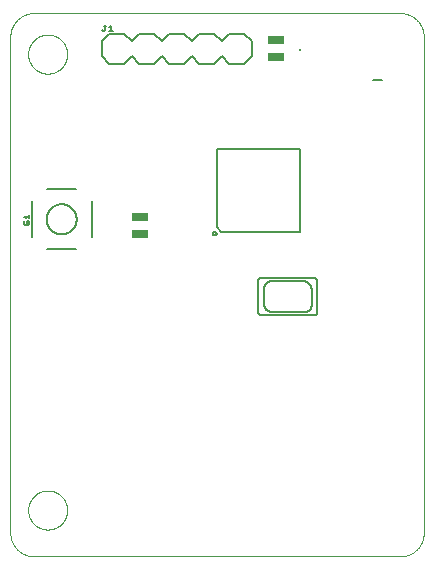
<source format=gto>
G75*
%MOIN*%
%OFA0B0*%
%FSLAX25Y25*%
%IPPOS*%
%LPD*%
%AMOC8*
5,1,8,0,0,1.08239X$1,22.5*
%
%ADD10C,0.00000*%
%ADD11C,0.00800*%
%ADD12R,0.05512X0.02559*%
%ADD13R,0.00787X0.00787*%
%ADD14C,0.00500*%
D10*
X0001500Y0009374D02*
X0001500Y0174728D01*
X0001502Y0174918D01*
X0001509Y0175108D01*
X0001521Y0175298D01*
X0001537Y0175488D01*
X0001557Y0175677D01*
X0001583Y0175866D01*
X0001612Y0176054D01*
X0001647Y0176241D01*
X0001686Y0176427D01*
X0001729Y0176612D01*
X0001777Y0176797D01*
X0001829Y0176980D01*
X0001885Y0177161D01*
X0001946Y0177341D01*
X0002012Y0177520D01*
X0002081Y0177697D01*
X0002155Y0177873D01*
X0002233Y0178046D01*
X0002316Y0178218D01*
X0002402Y0178387D01*
X0002492Y0178555D01*
X0002587Y0178720D01*
X0002685Y0178883D01*
X0002788Y0179043D01*
X0002894Y0179201D01*
X0003004Y0179356D01*
X0003117Y0179509D01*
X0003235Y0179659D01*
X0003356Y0179805D01*
X0003480Y0179949D01*
X0003608Y0180090D01*
X0003739Y0180228D01*
X0003874Y0180363D01*
X0004012Y0180494D01*
X0004153Y0180622D01*
X0004297Y0180746D01*
X0004443Y0180867D01*
X0004593Y0180985D01*
X0004746Y0181098D01*
X0004901Y0181208D01*
X0005059Y0181314D01*
X0005219Y0181417D01*
X0005382Y0181515D01*
X0005547Y0181610D01*
X0005715Y0181700D01*
X0005884Y0181786D01*
X0006056Y0181869D01*
X0006229Y0181947D01*
X0006405Y0182021D01*
X0006582Y0182090D01*
X0006761Y0182156D01*
X0006941Y0182217D01*
X0007122Y0182273D01*
X0007305Y0182325D01*
X0007490Y0182373D01*
X0007675Y0182416D01*
X0007861Y0182455D01*
X0008048Y0182490D01*
X0008236Y0182519D01*
X0008425Y0182545D01*
X0008614Y0182565D01*
X0008804Y0182581D01*
X0008994Y0182593D01*
X0009184Y0182600D01*
X0009374Y0182602D01*
X0131421Y0182602D01*
X0131611Y0182600D01*
X0131801Y0182593D01*
X0131991Y0182581D01*
X0132181Y0182565D01*
X0132370Y0182545D01*
X0132559Y0182519D01*
X0132747Y0182490D01*
X0132934Y0182455D01*
X0133120Y0182416D01*
X0133305Y0182373D01*
X0133490Y0182325D01*
X0133673Y0182273D01*
X0133854Y0182217D01*
X0134034Y0182156D01*
X0134213Y0182090D01*
X0134390Y0182021D01*
X0134566Y0181947D01*
X0134739Y0181869D01*
X0134911Y0181786D01*
X0135080Y0181700D01*
X0135248Y0181610D01*
X0135413Y0181515D01*
X0135576Y0181417D01*
X0135736Y0181314D01*
X0135894Y0181208D01*
X0136049Y0181098D01*
X0136202Y0180985D01*
X0136352Y0180867D01*
X0136498Y0180746D01*
X0136642Y0180622D01*
X0136783Y0180494D01*
X0136921Y0180363D01*
X0137056Y0180228D01*
X0137187Y0180090D01*
X0137315Y0179949D01*
X0137439Y0179805D01*
X0137560Y0179659D01*
X0137678Y0179509D01*
X0137791Y0179356D01*
X0137901Y0179201D01*
X0138007Y0179043D01*
X0138110Y0178883D01*
X0138208Y0178720D01*
X0138303Y0178555D01*
X0138393Y0178387D01*
X0138479Y0178218D01*
X0138562Y0178046D01*
X0138640Y0177873D01*
X0138714Y0177697D01*
X0138783Y0177520D01*
X0138849Y0177341D01*
X0138910Y0177161D01*
X0138966Y0176980D01*
X0139018Y0176797D01*
X0139066Y0176612D01*
X0139109Y0176427D01*
X0139148Y0176241D01*
X0139183Y0176054D01*
X0139212Y0175866D01*
X0139238Y0175677D01*
X0139258Y0175488D01*
X0139274Y0175298D01*
X0139286Y0175108D01*
X0139293Y0174918D01*
X0139295Y0174728D01*
X0139295Y0009374D01*
X0139293Y0009184D01*
X0139286Y0008994D01*
X0139274Y0008804D01*
X0139258Y0008614D01*
X0139238Y0008425D01*
X0139212Y0008236D01*
X0139183Y0008048D01*
X0139148Y0007861D01*
X0139109Y0007675D01*
X0139066Y0007490D01*
X0139018Y0007305D01*
X0138966Y0007122D01*
X0138910Y0006941D01*
X0138849Y0006761D01*
X0138783Y0006582D01*
X0138714Y0006405D01*
X0138640Y0006229D01*
X0138562Y0006056D01*
X0138479Y0005884D01*
X0138393Y0005715D01*
X0138303Y0005547D01*
X0138208Y0005382D01*
X0138110Y0005219D01*
X0138007Y0005059D01*
X0137901Y0004901D01*
X0137791Y0004746D01*
X0137678Y0004593D01*
X0137560Y0004443D01*
X0137439Y0004297D01*
X0137315Y0004153D01*
X0137187Y0004012D01*
X0137056Y0003874D01*
X0136921Y0003739D01*
X0136783Y0003608D01*
X0136642Y0003480D01*
X0136498Y0003356D01*
X0136352Y0003235D01*
X0136202Y0003117D01*
X0136049Y0003004D01*
X0135894Y0002894D01*
X0135736Y0002788D01*
X0135576Y0002685D01*
X0135413Y0002587D01*
X0135248Y0002492D01*
X0135080Y0002402D01*
X0134911Y0002316D01*
X0134739Y0002233D01*
X0134566Y0002155D01*
X0134390Y0002081D01*
X0134213Y0002012D01*
X0134034Y0001946D01*
X0133854Y0001885D01*
X0133673Y0001829D01*
X0133490Y0001777D01*
X0133305Y0001729D01*
X0133120Y0001686D01*
X0132934Y0001647D01*
X0132747Y0001612D01*
X0132559Y0001583D01*
X0132370Y0001557D01*
X0132181Y0001537D01*
X0131991Y0001521D01*
X0131801Y0001509D01*
X0131611Y0001502D01*
X0131421Y0001500D01*
X0009374Y0001500D01*
X0009184Y0001502D01*
X0008994Y0001509D01*
X0008804Y0001521D01*
X0008614Y0001537D01*
X0008425Y0001557D01*
X0008236Y0001583D01*
X0008048Y0001612D01*
X0007861Y0001647D01*
X0007675Y0001686D01*
X0007490Y0001729D01*
X0007305Y0001777D01*
X0007122Y0001829D01*
X0006941Y0001885D01*
X0006761Y0001946D01*
X0006582Y0002012D01*
X0006405Y0002081D01*
X0006229Y0002155D01*
X0006056Y0002233D01*
X0005884Y0002316D01*
X0005715Y0002402D01*
X0005547Y0002492D01*
X0005382Y0002587D01*
X0005219Y0002685D01*
X0005059Y0002788D01*
X0004901Y0002894D01*
X0004746Y0003004D01*
X0004593Y0003117D01*
X0004443Y0003235D01*
X0004297Y0003356D01*
X0004153Y0003480D01*
X0004012Y0003608D01*
X0003874Y0003739D01*
X0003739Y0003874D01*
X0003608Y0004012D01*
X0003480Y0004153D01*
X0003356Y0004297D01*
X0003235Y0004443D01*
X0003117Y0004593D01*
X0003004Y0004746D01*
X0002894Y0004901D01*
X0002788Y0005059D01*
X0002685Y0005219D01*
X0002587Y0005382D01*
X0002492Y0005547D01*
X0002402Y0005715D01*
X0002316Y0005884D01*
X0002233Y0006056D01*
X0002155Y0006229D01*
X0002081Y0006405D01*
X0002012Y0006582D01*
X0001946Y0006761D01*
X0001885Y0006941D01*
X0001829Y0007122D01*
X0001777Y0007305D01*
X0001729Y0007490D01*
X0001686Y0007675D01*
X0001647Y0007861D01*
X0001612Y0008048D01*
X0001583Y0008236D01*
X0001557Y0008425D01*
X0001537Y0008614D01*
X0001521Y0008804D01*
X0001509Y0008994D01*
X0001502Y0009184D01*
X0001500Y0009374D01*
X0007441Y0016953D02*
X0007443Y0017114D01*
X0007449Y0017274D01*
X0007459Y0017435D01*
X0007473Y0017595D01*
X0007491Y0017755D01*
X0007512Y0017914D01*
X0007538Y0018073D01*
X0007568Y0018231D01*
X0007601Y0018388D01*
X0007639Y0018545D01*
X0007680Y0018700D01*
X0007725Y0018854D01*
X0007774Y0019007D01*
X0007827Y0019159D01*
X0007883Y0019310D01*
X0007944Y0019459D01*
X0008007Y0019607D01*
X0008075Y0019753D01*
X0008146Y0019897D01*
X0008220Y0020039D01*
X0008298Y0020180D01*
X0008380Y0020318D01*
X0008465Y0020455D01*
X0008553Y0020589D01*
X0008645Y0020721D01*
X0008740Y0020851D01*
X0008838Y0020979D01*
X0008939Y0021104D01*
X0009043Y0021226D01*
X0009150Y0021346D01*
X0009260Y0021463D01*
X0009373Y0021578D01*
X0009489Y0021689D01*
X0009608Y0021798D01*
X0009729Y0021903D01*
X0009853Y0022006D01*
X0009979Y0022106D01*
X0010107Y0022202D01*
X0010238Y0022295D01*
X0010372Y0022385D01*
X0010507Y0022472D01*
X0010645Y0022555D01*
X0010784Y0022635D01*
X0010926Y0022711D01*
X0011069Y0022784D01*
X0011214Y0022853D01*
X0011361Y0022919D01*
X0011509Y0022981D01*
X0011659Y0023039D01*
X0011810Y0023094D01*
X0011963Y0023145D01*
X0012117Y0023192D01*
X0012272Y0023235D01*
X0012428Y0023274D01*
X0012584Y0023310D01*
X0012742Y0023341D01*
X0012900Y0023369D01*
X0013059Y0023393D01*
X0013219Y0023413D01*
X0013379Y0023429D01*
X0013539Y0023441D01*
X0013700Y0023449D01*
X0013861Y0023453D01*
X0014021Y0023453D01*
X0014182Y0023449D01*
X0014343Y0023441D01*
X0014503Y0023429D01*
X0014663Y0023413D01*
X0014823Y0023393D01*
X0014982Y0023369D01*
X0015140Y0023341D01*
X0015298Y0023310D01*
X0015454Y0023274D01*
X0015610Y0023235D01*
X0015765Y0023192D01*
X0015919Y0023145D01*
X0016072Y0023094D01*
X0016223Y0023039D01*
X0016373Y0022981D01*
X0016521Y0022919D01*
X0016668Y0022853D01*
X0016813Y0022784D01*
X0016956Y0022711D01*
X0017098Y0022635D01*
X0017237Y0022555D01*
X0017375Y0022472D01*
X0017510Y0022385D01*
X0017644Y0022295D01*
X0017775Y0022202D01*
X0017903Y0022106D01*
X0018029Y0022006D01*
X0018153Y0021903D01*
X0018274Y0021798D01*
X0018393Y0021689D01*
X0018509Y0021578D01*
X0018622Y0021463D01*
X0018732Y0021346D01*
X0018839Y0021226D01*
X0018943Y0021104D01*
X0019044Y0020979D01*
X0019142Y0020851D01*
X0019237Y0020721D01*
X0019329Y0020589D01*
X0019417Y0020455D01*
X0019502Y0020318D01*
X0019584Y0020180D01*
X0019662Y0020039D01*
X0019736Y0019897D01*
X0019807Y0019753D01*
X0019875Y0019607D01*
X0019938Y0019459D01*
X0019999Y0019310D01*
X0020055Y0019159D01*
X0020108Y0019007D01*
X0020157Y0018854D01*
X0020202Y0018700D01*
X0020243Y0018545D01*
X0020281Y0018388D01*
X0020314Y0018231D01*
X0020344Y0018073D01*
X0020370Y0017914D01*
X0020391Y0017755D01*
X0020409Y0017595D01*
X0020423Y0017435D01*
X0020433Y0017274D01*
X0020439Y0017114D01*
X0020441Y0016953D01*
X0020439Y0016792D01*
X0020433Y0016632D01*
X0020423Y0016471D01*
X0020409Y0016311D01*
X0020391Y0016151D01*
X0020370Y0015992D01*
X0020344Y0015833D01*
X0020314Y0015675D01*
X0020281Y0015518D01*
X0020243Y0015361D01*
X0020202Y0015206D01*
X0020157Y0015052D01*
X0020108Y0014899D01*
X0020055Y0014747D01*
X0019999Y0014596D01*
X0019938Y0014447D01*
X0019875Y0014299D01*
X0019807Y0014153D01*
X0019736Y0014009D01*
X0019662Y0013867D01*
X0019584Y0013726D01*
X0019502Y0013588D01*
X0019417Y0013451D01*
X0019329Y0013317D01*
X0019237Y0013185D01*
X0019142Y0013055D01*
X0019044Y0012927D01*
X0018943Y0012802D01*
X0018839Y0012680D01*
X0018732Y0012560D01*
X0018622Y0012443D01*
X0018509Y0012328D01*
X0018393Y0012217D01*
X0018274Y0012108D01*
X0018153Y0012003D01*
X0018029Y0011900D01*
X0017903Y0011800D01*
X0017775Y0011704D01*
X0017644Y0011611D01*
X0017510Y0011521D01*
X0017375Y0011434D01*
X0017237Y0011351D01*
X0017098Y0011271D01*
X0016956Y0011195D01*
X0016813Y0011122D01*
X0016668Y0011053D01*
X0016521Y0010987D01*
X0016373Y0010925D01*
X0016223Y0010867D01*
X0016072Y0010812D01*
X0015919Y0010761D01*
X0015765Y0010714D01*
X0015610Y0010671D01*
X0015454Y0010632D01*
X0015298Y0010596D01*
X0015140Y0010565D01*
X0014982Y0010537D01*
X0014823Y0010513D01*
X0014663Y0010493D01*
X0014503Y0010477D01*
X0014343Y0010465D01*
X0014182Y0010457D01*
X0014021Y0010453D01*
X0013861Y0010453D01*
X0013700Y0010457D01*
X0013539Y0010465D01*
X0013379Y0010477D01*
X0013219Y0010493D01*
X0013059Y0010513D01*
X0012900Y0010537D01*
X0012742Y0010565D01*
X0012584Y0010596D01*
X0012428Y0010632D01*
X0012272Y0010671D01*
X0012117Y0010714D01*
X0011963Y0010761D01*
X0011810Y0010812D01*
X0011659Y0010867D01*
X0011509Y0010925D01*
X0011361Y0010987D01*
X0011214Y0011053D01*
X0011069Y0011122D01*
X0010926Y0011195D01*
X0010784Y0011271D01*
X0010645Y0011351D01*
X0010507Y0011434D01*
X0010372Y0011521D01*
X0010238Y0011611D01*
X0010107Y0011704D01*
X0009979Y0011800D01*
X0009853Y0011900D01*
X0009729Y0012003D01*
X0009608Y0012108D01*
X0009489Y0012217D01*
X0009373Y0012328D01*
X0009260Y0012443D01*
X0009150Y0012560D01*
X0009043Y0012680D01*
X0008939Y0012802D01*
X0008838Y0012927D01*
X0008740Y0013055D01*
X0008645Y0013185D01*
X0008553Y0013317D01*
X0008465Y0013451D01*
X0008380Y0013588D01*
X0008298Y0013726D01*
X0008220Y0013867D01*
X0008146Y0014009D01*
X0008075Y0014153D01*
X0008007Y0014299D01*
X0007944Y0014447D01*
X0007883Y0014596D01*
X0007827Y0014747D01*
X0007774Y0014899D01*
X0007725Y0015052D01*
X0007680Y0015206D01*
X0007639Y0015361D01*
X0007601Y0015518D01*
X0007568Y0015675D01*
X0007538Y0015833D01*
X0007512Y0015992D01*
X0007491Y0016151D01*
X0007473Y0016311D01*
X0007459Y0016471D01*
X0007449Y0016632D01*
X0007443Y0016792D01*
X0007441Y0016953D01*
X0007441Y0168921D02*
X0007443Y0169082D01*
X0007449Y0169242D01*
X0007459Y0169403D01*
X0007473Y0169563D01*
X0007491Y0169723D01*
X0007512Y0169882D01*
X0007538Y0170041D01*
X0007568Y0170199D01*
X0007601Y0170356D01*
X0007639Y0170513D01*
X0007680Y0170668D01*
X0007725Y0170822D01*
X0007774Y0170975D01*
X0007827Y0171127D01*
X0007883Y0171278D01*
X0007944Y0171427D01*
X0008007Y0171575D01*
X0008075Y0171721D01*
X0008146Y0171865D01*
X0008220Y0172007D01*
X0008298Y0172148D01*
X0008380Y0172286D01*
X0008465Y0172423D01*
X0008553Y0172557D01*
X0008645Y0172689D01*
X0008740Y0172819D01*
X0008838Y0172947D01*
X0008939Y0173072D01*
X0009043Y0173194D01*
X0009150Y0173314D01*
X0009260Y0173431D01*
X0009373Y0173546D01*
X0009489Y0173657D01*
X0009608Y0173766D01*
X0009729Y0173871D01*
X0009853Y0173974D01*
X0009979Y0174074D01*
X0010107Y0174170D01*
X0010238Y0174263D01*
X0010372Y0174353D01*
X0010507Y0174440D01*
X0010645Y0174523D01*
X0010784Y0174603D01*
X0010926Y0174679D01*
X0011069Y0174752D01*
X0011214Y0174821D01*
X0011361Y0174887D01*
X0011509Y0174949D01*
X0011659Y0175007D01*
X0011810Y0175062D01*
X0011963Y0175113D01*
X0012117Y0175160D01*
X0012272Y0175203D01*
X0012428Y0175242D01*
X0012584Y0175278D01*
X0012742Y0175309D01*
X0012900Y0175337D01*
X0013059Y0175361D01*
X0013219Y0175381D01*
X0013379Y0175397D01*
X0013539Y0175409D01*
X0013700Y0175417D01*
X0013861Y0175421D01*
X0014021Y0175421D01*
X0014182Y0175417D01*
X0014343Y0175409D01*
X0014503Y0175397D01*
X0014663Y0175381D01*
X0014823Y0175361D01*
X0014982Y0175337D01*
X0015140Y0175309D01*
X0015298Y0175278D01*
X0015454Y0175242D01*
X0015610Y0175203D01*
X0015765Y0175160D01*
X0015919Y0175113D01*
X0016072Y0175062D01*
X0016223Y0175007D01*
X0016373Y0174949D01*
X0016521Y0174887D01*
X0016668Y0174821D01*
X0016813Y0174752D01*
X0016956Y0174679D01*
X0017098Y0174603D01*
X0017237Y0174523D01*
X0017375Y0174440D01*
X0017510Y0174353D01*
X0017644Y0174263D01*
X0017775Y0174170D01*
X0017903Y0174074D01*
X0018029Y0173974D01*
X0018153Y0173871D01*
X0018274Y0173766D01*
X0018393Y0173657D01*
X0018509Y0173546D01*
X0018622Y0173431D01*
X0018732Y0173314D01*
X0018839Y0173194D01*
X0018943Y0173072D01*
X0019044Y0172947D01*
X0019142Y0172819D01*
X0019237Y0172689D01*
X0019329Y0172557D01*
X0019417Y0172423D01*
X0019502Y0172286D01*
X0019584Y0172148D01*
X0019662Y0172007D01*
X0019736Y0171865D01*
X0019807Y0171721D01*
X0019875Y0171575D01*
X0019938Y0171427D01*
X0019999Y0171278D01*
X0020055Y0171127D01*
X0020108Y0170975D01*
X0020157Y0170822D01*
X0020202Y0170668D01*
X0020243Y0170513D01*
X0020281Y0170356D01*
X0020314Y0170199D01*
X0020344Y0170041D01*
X0020370Y0169882D01*
X0020391Y0169723D01*
X0020409Y0169563D01*
X0020423Y0169403D01*
X0020433Y0169242D01*
X0020439Y0169082D01*
X0020441Y0168921D01*
X0020439Y0168760D01*
X0020433Y0168600D01*
X0020423Y0168439D01*
X0020409Y0168279D01*
X0020391Y0168119D01*
X0020370Y0167960D01*
X0020344Y0167801D01*
X0020314Y0167643D01*
X0020281Y0167486D01*
X0020243Y0167329D01*
X0020202Y0167174D01*
X0020157Y0167020D01*
X0020108Y0166867D01*
X0020055Y0166715D01*
X0019999Y0166564D01*
X0019938Y0166415D01*
X0019875Y0166267D01*
X0019807Y0166121D01*
X0019736Y0165977D01*
X0019662Y0165835D01*
X0019584Y0165694D01*
X0019502Y0165556D01*
X0019417Y0165419D01*
X0019329Y0165285D01*
X0019237Y0165153D01*
X0019142Y0165023D01*
X0019044Y0164895D01*
X0018943Y0164770D01*
X0018839Y0164648D01*
X0018732Y0164528D01*
X0018622Y0164411D01*
X0018509Y0164296D01*
X0018393Y0164185D01*
X0018274Y0164076D01*
X0018153Y0163971D01*
X0018029Y0163868D01*
X0017903Y0163768D01*
X0017775Y0163672D01*
X0017644Y0163579D01*
X0017510Y0163489D01*
X0017375Y0163402D01*
X0017237Y0163319D01*
X0017098Y0163239D01*
X0016956Y0163163D01*
X0016813Y0163090D01*
X0016668Y0163021D01*
X0016521Y0162955D01*
X0016373Y0162893D01*
X0016223Y0162835D01*
X0016072Y0162780D01*
X0015919Y0162729D01*
X0015765Y0162682D01*
X0015610Y0162639D01*
X0015454Y0162600D01*
X0015298Y0162564D01*
X0015140Y0162533D01*
X0014982Y0162505D01*
X0014823Y0162481D01*
X0014663Y0162461D01*
X0014503Y0162445D01*
X0014343Y0162433D01*
X0014182Y0162425D01*
X0014021Y0162421D01*
X0013861Y0162421D01*
X0013700Y0162425D01*
X0013539Y0162433D01*
X0013379Y0162445D01*
X0013219Y0162461D01*
X0013059Y0162481D01*
X0012900Y0162505D01*
X0012742Y0162533D01*
X0012584Y0162564D01*
X0012428Y0162600D01*
X0012272Y0162639D01*
X0012117Y0162682D01*
X0011963Y0162729D01*
X0011810Y0162780D01*
X0011659Y0162835D01*
X0011509Y0162893D01*
X0011361Y0162955D01*
X0011214Y0163021D01*
X0011069Y0163090D01*
X0010926Y0163163D01*
X0010784Y0163239D01*
X0010645Y0163319D01*
X0010507Y0163402D01*
X0010372Y0163489D01*
X0010238Y0163579D01*
X0010107Y0163672D01*
X0009979Y0163768D01*
X0009853Y0163868D01*
X0009729Y0163971D01*
X0009608Y0164076D01*
X0009489Y0164185D01*
X0009373Y0164296D01*
X0009260Y0164411D01*
X0009150Y0164528D01*
X0009043Y0164648D01*
X0008939Y0164770D01*
X0008838Y0164895D01*
X0008740Y0165023D01*
X0008645Y0165153D01*
X0008553Y0165285D01*
X0008465Y0165419D01*
X0008380Y0165556D01*
X0008298Y0165694D01*
X0008220Y0165835D01*
X0008146Y0165977D01*
X0008075Y0166121D01*
X0008007Y0166267D01*
X0007944Y0166415D01*
X0007883Y0166564D01*
X0007827Y0166715D01*
X0007774Y0166867D01*
X0007725Y0167020D01*
X0007680Y0167174D01*
X0007639Y0167329D01*
X0007601Y0167486D01*
X0007568Y0167643D01*
X0007538Y0167801D01*
X0007512Y0167960D01*
X0007491Y0168119D01*
X0007473Y0168279D01*
X0007459Y0168439D01*
X0007449Y0168600D01*
X0007443Y0168760D01*
X0007441Y0168921D01*
D11*
X0031933Y0168291D02*
X0034433Y0165791D01*
X0039433Y0165791D01*
X0041933Y0168291D01*
X0044433Y0165791D01*
X0049433Y0165791D01*
X0051933Y0168291D01*
X0054433Y0165791D01*
X0059433Y0165791D01*
X0061933Y0168291D01*
X0064433Y0165791D01*
X0069433Y0165791D01*
X0071933Y0168291D01*
X0074433Y0165791D01*
X0079433Y0165791D01*
X0081933Y0168291D01*
X0081933Y0173291D01*
X0079433Y0175791D01*
X0074433Y0175791D01*
X0071933Y0173291D01*
X0069433Y0175791D01*
X0064433Y0175791D01*
X0061933Y0173291D01*
X0059433Y0175791D01*
X0054433Y0175791D01*
X0051933Y0173291D01*
X0049433Y0175791D01*
X0044433Y0175791D01*
X0041933Y0173291D01*
X0039433Y0175791D01*
X0034433Y0175791D01*
X0031933Y0173291D01*
X0031933Y0168291D01*
X0023469Y0123902D02*
X0013705Y0123902D01*
X0008587Y0119965D02*
X0008587Y0107839D01*
X0013587Y0103902D02*
X0023469Y0103902D01*
X0028587Y0107839D02*
X0028587Y0119965D01*
X0013587Y0113902D02*
X0013589Y0114043D01*
X0013595Y0114184D01*
X0013605Y0114324D01*
X0013619Y0114464D01*
X0013637Y0114604D01*
X0013658Y0114743D01*
X0013684Y0114882D01*
X0013713Y0115020D01*
X0013747Y0115156D01*
X0013784Y0115292D01*
X0013825Y0115427D01*
X0013870Y0115561D01*
X0013919Y0115693D01*
X0013971Y0115824D01*
X0014027Y0115953D01*
X0014087Y0116080D01*
X0014150Y0116206D01*
X0014216Y0116330D01*
X0014287Y0116453D01*
X0014360Y0116573D01*
X0014437Y0116691D01*
X0014517Y0116807D01*
X0014601Y0116920D01*
X0014687Y0117031D01*
X0014777Y0117140D01*
X0014870Y0117246D01*
X0014965Y0117349D01*
X0015064Y0117450D01*
X0015165Y0117548D01*
X0015269Y0117643D01*
X0015376Y0117735D01*
X0015485Y0117824D01*
X0015597Y0117909D01*
X0015711Y0117992D01*
X0015827Y0118072D01*
X0015946Y0118148D01*
X0016067Y0118220D01*
X0016189Y0118290D01*
X0016314Y0118355D01*
X0016440Y0118418D01*
X0016568Y0118476D01*
X0016698Y0118531D01*
X0016829Y0118583D01*
X0016962Y0118630D01*
X0017096Y0118674D01*
X0017231Y0118715D01*
X0017367Y0118751D01*
X0017504Y0118783D01*
X0017642Y0118812D01*
X0017780Y0118837D01*
X0017920Y0118857D01*
X0018060Y0118874D01*
X0018200Y0118887D01*
X0018341Y0118896D01*
X0018481Y0118901D01*
X0018622Y0118902D01*
X0018763Y0118899D01*
X0018904Y0118892D01*
X0019044Y0118881D01*
X0019184Y0118866D01*
X0019324Y0118847D01*
X0019463Y0118825D01*
X0019601Y0118798D01*
X0019739Y0118768D01*
X0019875Y0118733D01*
X0020011Y0118695D01*
X0020145Y0118653D01*
X0020279Y0118607D01*
X0020411Y0118558D01*
X0020541Y0118504D01*
X0020670Y0118447D01*
X0020797Y0118387D01*
X0020923Y0118323D01*
X0021046Y0118255D01*
X0021168Y0118184D01*
X0021288Y0118110D01*
X0021405Y0118032D01*
X0021520Y0117951D01*
X0021633Y0117867D01*
X0021744Y0117780D01*
X0021852Y0117689D01*
X0021957Y0117596D01*
X0022060Y0117499D01*
X0022160Y0117400D01*
X0022257Y0117298D01*
X0022351Y0117193D01*
X0022442Y0117086D01*
X0022530Y0116976D01*
X0022615Y0116864D01*
X0022697Y0116749D01*
X0022776Y0116632D01*
X0022851Y0116513D01*
X0022923Y0116392D01*
X0022991Y0116269D01*
X0023056Y0116144D01*
X0023118Y0116017D01*
X0023175Y0115888D01*
X0023230Y0115758D01*
X0023280Y0115627D01*
X0023327Y0115494D01*
X0023370Y0115360D01*
X0023409Y0115224D01*
X0023444Y0115088D01*
X0023476Y0114951D01*
X0023503Y0114813D01*
X0023527Y0114674D01*
X0023547Y0114534D01*
X0023563Y0114394D01*
X0023575Y0114254D01*
X0023583Y0114113D01*
X0023587Y0113972D01*
X0023587Y0113832D01*
X0023583Y0113691D01*
X0023575Y0113550D01*
X0023563Y0113410D01*
X0023547Y0113270D01*
X0023527Y0113130D01*
X0023503Y0112991D01*
X0023476Y0112853D01*
X0023444Y0112716D01*
X0023409Y0112580D01*
X0023370Y0112444D01*
X0023327Y0112310D01*
X0023280Y0112177D01*
X0023230Y0112046D01*
X0023175Y0111916D01*
X0023118Y0111787D01*
X0023056Y0111660D01*
X0022991Y0111535D01*
X0022923Y0111412D01*
X0022851Y0111291D01*
X0022776Y0111172D01*
X0022697Y0111055D01*
X0022615Y0110940D01*
X0022530Y0110828D01*
X0022442Y0110718D01*
X0022351Y0110611D01*
X0022257Y0110506D01*
X0022160Y0110404D01*
X0022060Y0110305D01*
X0021957Y0110208D01*
X0021852Y0110115D01*
X0021744Y0110024D01*
X0021633Y0109937D01*
X0021520Y0109853D01*
X0021405Y0109772D01*
X0021288Y0109694D01*
X0021168Y0109620D01*
X0021046Y0109549D01*
X0020923Y0109481D01*
X0020797Y0109417D01*
X0020670Y0109357D01*
X0020541Y0109300D01*
X0020411Y0109246D01*
X0020279Y0109197D01*
X0020145Y0109151D01*
X0020011Y0109109D01*
X0019875Y0109071D01*
X0019739Y0109036D01*
X0019601Y0109006D01*
X0019463Y0108979D01*
X0019324Y0108957D01*
X0019184Y0108938D01*
X0019044Y0108923D01*
X0018904Y0108912D01*
X0018763Y0108905D01*
X0018622Y0108902D01*
X0018481Y0108903D01*
X0018341Y0108908D01*
X0018200Y0108917D01*
X0018060Y0108930D01*
X0017920Y0108947D01*
X0017780Y0108967D01*
X0017642Y0108992D01*
X0017504Y0109021D01*
X0017367Y0109053D01*
X0017231Y0109089D01*
X0017096Y0109130D01*
X0016962Y0109174D01*
X0016829Y0109221D01*
X0016698Y0109273D01*
X0016568Y0109328D01*
X0016440Y0109386D01*
X0016314Y0109449D01*
X0016189Y0109514D01*
X0016067Y0109584D01*
X0015946Y0109656D01*
X0015827Y0109732D01*
X0015711Y0109812D01*
X0015597Y0109895D01*
X0015485Y0109980D01*
X0015376Y0110069D01*
X0015269Y0110161D01*
X0015165Y0110256D01*
X0015064Y0110354D01*
X0014965Y0110455D01*
X0014870Y0110558D01*
X0014777Y0110664D01*
X0014687Y0110773D01*
X0014601Y0110884D01*
X0014517Y0110997D01*
X0014437Y0111113D01*
X0014360Y0111231D01*
X0014287Y0111351D01*
X0014216Y0111474D01*
X0014150Y0111598D01*
X0014087Y0111724D01*
X0014027Y0111851D01*
X0013971Y0111980D01*
X0013919Y0112111D01*
X0013870Y0112243D01*
X0013825Y0112377D01*
X0013784Y0112512D01*
X0013747Y0112648D01*
X0013713Y0112784D01*
X0013684Y0112922D01*
X0013658Y0113061D01*
X0013637Y0113200D01*
X0013619Y0113340D01*
X0013605Y0113480D01*
X0013595Y0113620D01*
X0013589Y0113761D01*
X0013587Y0113902D01*
X0069077Y0109147D02*
X0069079Y0109196D01*
X0069085Y0109244D01*
X0069095Y0109292D01*
X0069109Y0109339D01*
X0069126Y0109385D01*
X0069147Y0109429D01*
X0069172Y0109471D01*
X0069200Y0109511D01*
X0069232Y0109549D01*
X0069266Y0109584D01*
X0069303Y0109616D01*
X0069342Y0109645D01*
X0069384Y0109671D01*
X0069428Y0109693D01*
X0069473Y0109711D01*
X0069520Y0109726D01*
X0069567Y0109737D01*
X0069616Y0109744D01*
X0069665Y0109747D01*
X0069714Y0109746D01*
X0069762Y0109741D01*
X0069811Y0109732D01*
X0069858Y0109719D01*
X0069904Y0109702D01*
X0069948Y0109682D01*
X0069991Y0109658D01*
X0070032Y0109631D01*
X0070070Y0109600D01*
X0070106Y0109567D01*
X0070138Y0109531D01*
X0070168Y0109492D01*
X0070195Y0109451D01*
X0070218Y0109407D01*
X0070237Y0109362D01*
X0070253Y0109316D01*
X0070265Y0109269D01*
X0070273Y0109220D01*
X0070277Y0109171D01*
X0070277Y0109123D01*
X0070273Y0109074D01*
X0070265Y0109025D01*
X0070253Y0108978D01*
X0070237Y0108932D01*
X0070218Y0108887D01*
X0070195Y0108843D01*
X0070168Y0108802D01*
X0070138Y0108763D01*
X0070106Y0108727D01*
X0070070Y0108694D01*
X0070032Y0108663D01*
X0069991Y0108636D01*
X0069948Y0108612D01*
X0069904Y0108592D01*
X0069858Y0108575D01*
X0069811Y0108562D01*
X0069762Y0108553D01*
X0069714Y0108548D01*
X0069665Y0108547D01*
X0069616Y0108550D01*
X0069567Y0108557D01*
X0069520Y0108568D01*
X0069473Y0108583D01*
X0069428Y0108601D01*
X0069384Y0108623D01*
X0069342Y0108649D01*
X0069303Y0108678D01*
X0069266Y0108710D01*
X0069232Y0108745D01*
X0069200Y0108783D01*
X0069172Y0108823D01*
X0069147Y0108865D01*
X0069126Y0108909D01*
X0069109Y0108955D01*
X0069095Y0109002D01*
X0069085Y0109050D01*
X0069079Y0109098D01*
X0069077Y0109147D01*
X0070378Y0111146D02*
X0071776Y0109748D01*
X0097976Y0109748D01*
X0097976Y0137346D01*
X0070378Y0137346D01*
X0070378Y0111146D01*
X0122523Y0160348D02*
X0125223Y0160348D01*
D12*
X0090089Y0167912D03*
X0090089Y0173712D03*
X0044801Y0114616D03*
X0044801Y0108816D03*
D13*
X0097957Y0170398D03*
D14*
X0102617Y0094413D02*
X0085057Y0094413D01*
X0084999Y0094411D01*
X0084942Y0094405D01*
X0084885Y0094396D01*
X0084829Y0094383D01*
X0084774Y0094366D01*
X0084720Y0094346D01*
X0084668Y0094322D01*
X0084617Y0094295D01*
X0084568Y0094265D01*
X0084521Y0094231D01*
X0084477Y0094195D01*
X0084435Y0094155D01*
X0084395Y0094113D01*
X0084359Y0094069D01*
X0084325Y0094022D01*
X0084295Y0093973D01*
X0084268Y0093922D01*
X0084244Y0093870D01*
X0084224Y0093816D01*
X0084207Y0093761D01*
X0084194Y0093705D01*
X0084185Y0093648D01*
X0084179Y0093591D01*
X0084177Y0093533D01*
X0084177Y0083322D01*
X0084168Y0083251D01*
X0084163Y0083179D01*
X0084162Y0083107D01*
X0084165Y0083036D01*
X0084172Y0082964D01*
X0084182Y0082893D01*
X0084197Y0082823D01*
X0084215Y0082753D01*
X0084237Y0082685D01*
X0084263Y0082618D01*
X0084292Y0082553D01*
X0084325Y0082489D01*
X0084361Y0082427D01*
X0084400Y0082367D01*
X0084443Y0082309D01*
X0084489Y0082254D01*
X0084537Y0082201D01*
X0084589Y0082151D01*
X0084643Y0082104D01*
X0084699Y0082060D01*
X0084758Y0082018D01*
X0084819Y0081981D01*
X0084882Y0081946D01*
X0084947Y0081915D01*
X0085013Y0081888D01*
X0085081Y0081864D01*
X0085150Y0081844D01*
X0085219Y0081827D01*
X0085290Y0081815D01*
X0085291Y0081815D02*
X0102749Y0081815D01*
X0102820Y0081827D01*
X0102889Y0081844D01*
X0102958Y0081864D01*
X0103026Y0081888D01*
X0103092Y0081915D01*
X0103157Y0081946D01*
X0103220Y0081981D01*
X0103281Y0082018D01*
X0103340Y0082060D01*
X0103396Y0082104D01*
X0103450Y0082151D01*
X0103502Y0082201D01*
X0103550Y0082254D01*
X0103596Y0082309D01*
X0103639Y0082367D01*
X0103678Y0082427D01*
X0103714Y0082489D01*
X0103747Y0082553D01*
X0103776Y0082618D01*
X0103802Y0082685D01*
X0103824Y0082753D01*
X0103842Y0082823D01*
X0103857Y0082893D01*
X0103867Y0082964D01*
X0103874Y0083036D01*
X0103877Y0083107D01*
X0103876Y0083179D01*
X0103871Y0083251D01*
X0103862Y0083322D01*
X0103862Y0093169D01*
X0103860Y0093239D01*
X0103854Y0093308D01*
X0103844Y0093378D01*
X0103831Y0093446D01*
X0103813Y0093514D01*
X0103792Y0093580D01*
X0103767Y0093645D01*
X0103739Y0093709D01*
X0103707Y0093771D01*
X0103671Y0093831D01*
X0103632Y0093889D01*
X0103590Y0093945D01*
X0103545Y0093999D01*
X0103497Y0094049D01*
X0103447Y0094097D01*
X0103393Y0094142D01*
X0103337Y0094184D01*
X0103279Y0094223D01*
X0103219Y0094259D01*
X0103157Y0094291D01*
X0103093Y0094319D01*
X0103028Y0094344D01*
X0102962Y0094365D01*
X0102894Y0094383D01*
X0102826Y0094396D01*
X0102756Y0094406D01*
X0102687Y0094412D01*
X0102617Y0094414D01*
X0099531Y0093232D02*
X0088508Y0093232D01*
X0088413Y0093230D01*
X0088318Y0093224D01*
X0088223Y0093215D01*
X0088129Y0093201D01*
X0088036Y0093184D01*
X0087943Y0093163D01*
X0087851Y0093139D01*
X0087760Y0093110D01*
X0087670Y0093079D01*
X0087582Y0093043D01*
X0087495Y0093004D01*
X0087410Y0092961D01*
X0087327Y0092916D01*
X0087246Y0092866D01*
X0087166Y0092814D01*
X0087089Y0092758D01*
X0087014Y0092700D01*
X0086942Y0092638D01*
X0086872Y0092573D01*
X0086805Y0092506D01*
X0086740Y0092436D01*
X0086678Y0092364D01*
X0086620Y0092289D01*
X0086564Y0092212D01*
X0086512Y0092132D01*
X0086462Y0092051D01*
X0086417Y0091968D01*
X0086374Y0091883D01*
X0086335Y0091796D01*
X0086299Y0091708D01*
X0086268Y0091618D01*
X0086239Y0091527D01*
X0086215Y0091435D01*
X0086194Y0091342D01*
X0086177Y0091249D01*
X0086163Y0091155D01*
X0086154Y0091060D01*
X0086148Y0090965D01*
X0086146Y0090870D01*
X0086146Y0085358D01*
X0086155Y0085260D01*
X0086168Y0085163D01*
X0086185Y0085066D01*
X0086206Y0084970D01*
X0086230Y0084874D01*
X0086258Y0084780D01*
X0086289Y0084687D01*
X0086324Y0084595D01*
X0086363Y0084505D01*
X0086405Y0084416D01*
X0086450Y0084328D01*
X0086499Y0084243D01*
X0086551Y0084159D01*
X0086606Y0084078D01*
X0086664Y0083999D01*
X0086725Y0083921D01*
X0086789Y0083847D01*
X0086856Y0083775D01*
X0086925Y0083705D01*
X0086997Y0083638D01*
X0087072Y0083574D01*
X0087149Y0083513D01*
X0087228Y0083455D01*
X0087310Y0083400D01*
X0087394Y0083348D01*
X0087479Y0083300D01*
X0087566Y0083254D01*
X0087655Y0083212D01*
X0087746Y0083174D01*
X0087838Y0083139D01*
X0087931Y0083108D01*
X0088025Y0083080D01*
X0088120Y0083055D01*
X0088217Y0083035D01*
X0088314Y0083018D01*
X0088411Y0083005D01*
X0088509Y0082996D01*
X0088607Y0082990D01*
X0088705Y0082988D01*
X0088804Y0082990D01*
X0088902Y0082996D01*
X0099531Y0082996D01*
X0099623Y0082990D01*
X0099715Y0082987D01*
X0099808Y0082988D01*
X0099900Y0082994D01*
X0099992Y0083003D01*
X0100083Y0083016D01*
X0100174Y0083033D01*
X0100264Y0083054D01*
X0100353Y0083079D01*
X0100440Y0083107D01*
X0100527Y0083139D01*
X0100612Y0083175D01*
X0100696Y0083214D01*
X0100777Y0083257D01*
X0100857Y0083303D01*
X0100935Y0083353D01*
X0101011Y0083406D01*
X0101084Y0083462D01*
X0101155Y0083521D01*
X0101223Y0083583D01*
X0101289Y0083648D01*
X0101352Y0083715D01*
X0101412Y0083786D01*
X0101468Y0083858D01*
X0101522Y0083933D01*
X0101573Y0084011D01*
X0101620Y0084090D01*
X0101664Y0084171D01*
X0101704Y0084254D01*
X0101741Y0084339D01*
X0101774Y0084425D01*
X0101803Y0084512D01*
X0101829Y0084601D01*
X0101851Y0084691D01*
X0101869Y0084781D01*
X0101883Y0084872D01*
X0101893Y0084964D01*
X0101894Y0084965D02*
X0101894Y0090476D01*
X0101893Y0090477D02*
X0101899Y0090577D01*
X0101901Y0090678D01*
X0101899Y0090779D01*
X0101893Y0090880D01*
X0101883Y0090980D01*
X0101869Y0091080D01*
X0101851Y0091179D01*
X0101829Y0091277D01*
X0101803Y0091375D01*
X0101774Y0091471D01*
X0101741Y0091566D01*
X0101704Y0091660D01*
X0101663Y0091752D01*
X0101619Y0091843D01*
X0101571Y0091931D01*
X0101520Y0092018D01*
X0101466Y0092103D01*
X0101408Y0092186D01*
X0101347Y0092266D01*
X0101283Y0092344D01*
X0101216Y0092419D01*
X0101146Y0092491D01*
X0101073Y0092561D01*
X0100998Y0092628D01*
X0100920Y0092692D01*
X0100839Y0092752D01*
X0100757Y0092810D01*
X0100672Y0092864D01*
X0100585Y0092915D01*
X0100496Y0092962D01*
X0100405Y0093006D01*
X0100313Y0093046D01*
X0100219Y0093083D01*
X0100123Y0093116D01*
X0100027Y0093145D01*
X0099929Y0093170D01*
X0099831Y0093191D01*
X0099732Y0093209D01*
X0099632Y0093223D01*
X0099532Y0093232D01*
X0035661Y0176541D02*
X0034393Y0176541D01*
X0035027Y0176541D02*
X0035027Y0178443D01*
X0034393Y0177809D01*
X0033451Y0178443D02*
X0032817Y0178443D01*
X0033134Y0178443D02*
X0033134Y0176858D01*
X0032817Y0176541D01*
X0032500Y0176541D01*
X0032183Y0176858D01*
X0007837Y0115419D02*
X0007837Y0114152D01*
X0007837Y0114785D02*
X0005935Y0114785D01*
X0006569Y0114152D01*
X0006252Y0113209D02*
X0005935Y0112893D01*
X0005935Y0112259D01*
X0006252Y0111942D01*
X0006569Y0111942D01*
X0006886Y0112259D01*
X0006886Y0112893D01*
X0007203Y0113209D01*
X0007520Y0113209D01*
X0007837Y0112893D01*
X0007837Y0112259D01*
X0007520Y0111942D01*
M02*

</source>
